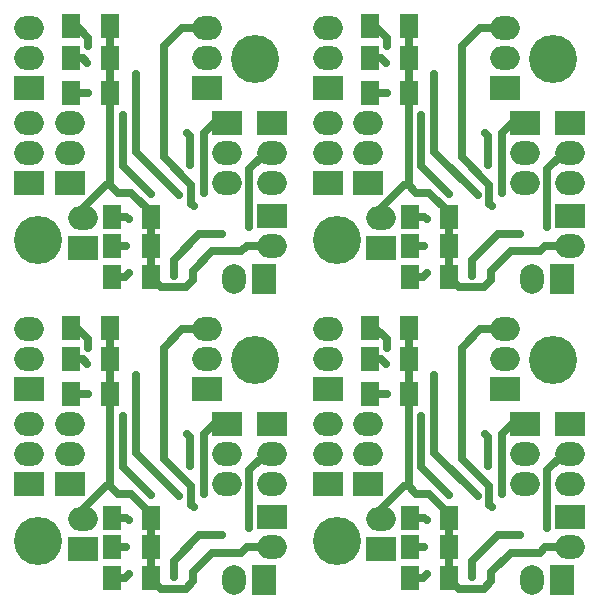
<source format=gbl>
G04 (created by PCBNEW (2013-may-18)-stable) date Вт 21 апр 2015 20:47:11*
%MOIN*%
G04 Gerber Fmt 3.4, Leading zero omitted, Abs format*
%FSLAX34Y34*%
G01*
G70*
G90*
G04 APERTURE LIST*
%ADD10C,0.00590551*%
%ADD11C,0.16*%
%ADD12R,0.0787402X0.0984252*%
%ADD13O,0.0787402X0.0984252*%
%ADD14R,0.0984252X0.0787402*%
%ADD15O,0.0984252X0.0787402*%
%ADD16R,0.06X0.08*%
%ADD17C,0.0275591*%
%ADD18C,0.0275591*%
G04 APERTURE END LIST*
G54D10*
G54D11*
X27263Y-29842D03*
X34488Y-23818D03*
G54D12*
X34791Y-31141D03*
G54D13*
X33791Y-31141D03*
G54D14*
X28740Y-30125D03*
G54D15*
X28740Y-29125D03*
G54D14*
X35059Y-29047D03*
G54D15*
X35059Y-30047D03*
G54D14*
X28307Y-27948D03*
G54D15*
X28307Y-26948D03*
X28307Y-25948D03*
G54D14*
X26968Y-27948D03*
G54D15*
X26968Y-26948D03*
X26968Y-25948D03*
G54D14*
X35059Y-25948D03*
G54D15*
X35059Y-26948D03*
X35059Y-27948D03*
G54D14*
X32874Y-24799D03*
G54D15*
X32874Y-23799D03*
X32874Y-22799D03*
G54D14*
X33543Y-25948D03*
G54D15*
X33543Y-26948D03*
X33543Y-27948D03*
G54D14*
X26968Y-24799D03*
G54D15*
X26968Y-23799D03*
X26968Y-22799D03*
G54D16*
X29665Y-22736D03*
X28365Y-22736D03*
X29665Y-23799D03*
X28365Y-23799D03*
X29665Y-24940D03*
X28365Y-24940D03*
X31004Y-29074D03*
X29704Y-29074D03*
X31004Y-30059D03*
X29704Y-30059D03*
X31004Y-31082D03*
X29704Y-31082D03*
X40945Y-31082D03*
X39645Y-31082D03*
X40945Y-30059D03*
X39645Y-30059D03*
X40945Y-29074D03*
X39645Y-29074D03*
X39606Y-24940D03*
X38306Y-24940D03*
X39606Y-23799D03*
X38306Y-23799D03*
X39606Y-22736D03*
X38306Y-22736D03*
G54D14*
X36909Y-24799D03*
G54D15*
X36909Y-23799D03*
X36909Y-22799D03*
G54D14*
X43484Y-25948D03*
G54D15*
X43484Y-26948D03*
X43484Y-27948D03*
G54D14*
X42814Y-24799D03*
G54D15*
X42814Y-23799D03*
X42814Y-22799D03*
G54D14*
X45000Y-25948D03*
G54D15*
X45000Y-26948D03*
X45000Y-27948D03*
G54D14*
X36909Y-27948D03*
G54D15*
X36909Y-26948D03*
X36909Y-25948D03*
G54D14*
X38248Y-27948D03*
G54D15*
X38248Y-26948D03*
X38248Y-25948D03*
G54D14*
X45000Y-29047D03*
G54D15*
X45000Y-30047D03*
G54D14*
X38681Y-30125D03*
G54D15*
X38681Y-29125D03*
G54D12*
X44732Y-31141D03*
G54D13*
X43732Y-31141D03*
G54D11*
X44429Y-23818D03*
X37204Y-29842D03*
X37204Y-19803D03*
X44429Y-13779D03*
G54D12*
X44732Y-21102D03*
G54D13*
X43732Y-21102D03*
G54D14*
X38681Y-20086D03*
G54D15*
X38681Y-19086D03*
G54D14*
X45000Y-19007D03*
G54D15*
X45000Y-20007D03*
G54D14*
X38248Y-17909D03*
G54D15*
X38248Y-16909D03*
X38248Y-15909D03*
G54D14*
X36909Y-17909D03*
G54D15*
X36909Y-16909D03*
X36909Y-15909D03*
G54D14*
X45000Y-15909D03*
G54D15*
X45000Y-16909D03*
X45000Y-17909D03*
G54D14*
X42814Y-14759D03*
G54D15*
X42814Y-13759D03*
X42814Y-12759D03*
G54D14*
X43484Y-15909D03*
G54D15*
X43484Y-16909D03*
X43484Y-17909D03*
G54D14*
X36909Y-14759D03*
G54D15*
X36909Y-13759D03*
X36909Y-12759D03*
G54D16*
X39606Y-12696D03*
X38306Y-12696D03*
X39606Y-13759D03*
X38306Y-13759D03*
X39606Y-14901D03*
X38306Y-14901D03*
X40945Y-19035D03*
X39645Y-19035D03*
X40945Y-20019D03*
X39645Y-20019D03*
X40945Y-21043D03*
X39645Y-21043D03*
X31004Y-21043D03*
X29704Y-21043D03*
X31004Y-20019D03*
X29704Y-20019D03*
X31004Y-19035D03*
X29704Y-19035D03*
X29665Y-14901D03*
X28365Y-14901D03*
X29665Y-13759D03*
X28365Y-13759D03*
X29665Y-12696D03*
X28365Y-12696D03*
G54D14*
X26968Y-14759D03*
G54D15*
X26968Y-13759D03*
X26968Y-12759D03*
G54D14*
X33543Y-15909D03*
G54D15*
X33543Y-16909D03*
X33543Y-17909D03*
G54D14*
X32874Y-14759D03*
G54D15*
X32874Y-13759D03*
X32874Y-12759D03*
G54D14*
X35059Y-15909D03*
G54D15*
X35059Y-16909D03*
X35059Y-17909D03*
G54D14*
X26968Y-17909D03*
G54D15*
X26968Y-16909D03*
X26968Y-15909D03*
G54D14*
X28307Y-17909D03*
G54D15*
X28307Y-16909D03*
X28307Y-15909D03*
G54D14*
X35059Y-19007D03*
G54D15*
X35059Y-20007D03*
G54D14*
X28740Y-20086D03*
G54D15*
X28740Y-19086D03*
G54D12*
X34791Y-21102D03*
G54D13*
X33791Y-21102D03*
G54D11*
X34488Y-13779D03*
X27263Y-19803D03*
G54D17*
X32224Y-26279D03*
X32322Y-27362D03*
X42263Y-27362D03*
X42165Y-26279D03*
X42165Y-16240D03*
X42263Y-17322D03*
X32322Y-17322D03*
X32224Y-16240D03*
X34291Y-29429D03*
X44232Y-29429D03*
X44232Y-19389D03*
X34291Y-19389D03*
X28897Y-23956D03*
X38838Y-23956D03*
X38838Y-13917D03*
X28897Y-13917D03*
X30275Y-29153D03*
X40216Y-29153D03*
X40216Y-19114D03*
X30275Y-19114D03*
X30196Y-30059D03*
X40137Y-30059D03*
X40137Y-20019D03*
X30196Y-20019D03*
X31771Y-31043D03*
X33385Y-29665D03*
X43326Y-29665D03*
X41712Y-31043D03*
X41712Y-21003D03*
X43326Y-19625D03*
X33385Y-19625D03*
X31771Y-21003D03*
X31968Y-28366D03*
X30511Y-24311D03*
X40452Y-24311D03*
X41909Y-28366D03*
X41909Y-18326D03*
X40452Y-14271D03*
X30511Y-14271D03*
X31968Y-18326D03*
X31023Y-28326D03*
X30078Y-25688D03*
X40019Y-25688D03*
X40964Y-28326D03*
X40964Y-18287D03*
X40019Y-15649D03*
X30078Y-15649D03*
X31023Y-18287D03*
X28937Y-23405D03*
X38877Y-23405D03*
X38877Y-13366D03*
X28937Y-13366D03*
X28937Y-24940D03*
X38877Y-24940D03*
X38877Y-14901D03*
X28937Y-14901D03*
X32440Y-28720D03*
X42381Y-28720D03*
X42381Y-18681D03*
X32440Y-18681D03*
X30275Y-30964D03*
X40216Y-30964D03*
X40216Y-20925D03*
X30275Y-20925D03*
X32795Y-28287D03*
X42736Y-28287D03*
X42736Y-18248D03*
X32795Y-18248D03*
G54D18*
X32224Y-26279D02*
X32322Y-26377D01*
X32322Y-26377D02*
X32322Y-27362D01*
X42263Y-26377D02*
X42263Y-27362D01*
X42165Y-26279D02*
X42263Y-26377D01*
X42165Y-16240D02*
X42263Y-16338D01*
X42263Y-16338D02*
X42263Y-17322D01*
X32322Y-16338D02*
X32322Y-17322D01*
X32224Y-16240D02*
X32322Y-16338D01*
X29665Y-22696D02*
X29665Y-23799D01*
X29665Y-23799D02*
X29665Y-24940D01*
X31004Y-29074D02*
X31004Y-30059D01*
X31004Y-30059D02*
X31004Y-31082D01*
X31004Y-28937D02*
X30354Y-28287D01*
X30354Y-28287D02*
X29921Y-28287D01*
X29921Y-28287D02*
X29665Y-28031D01*
X29665Y-28031D02*
X29665Y-24940D01*
X31004Y-29074D02*
X31004Y-28937D01*
X28740Y-28799D02*
X29507Y-28031D01*
X29507Y-28031D02*
X29665Y-28031D01*
X28740Y-29125D02*
X28740Y-28799D01*
X34224Y-30047D02*
X34035Y-30236D01*
X34035Y-30236D02*
X33070Y-30236D01*
X33070Y-30236D02*
X32421Y-30885D01*
X32421Y-30885D02*
X32421Y-31200D01*
X32421Y-31200D02*
X32185Y-31437D01*
X32185Y-31437D02*
X31358Y-31437D01*
X31358Y-31437D02*
X31004Y-31082D01*
X35059Y-30047D02*
X34224Y-30047D01*
X45000Y-30047D02*
X44165Y-30047D01*
X41299Y-31437D02*
X40945Y-31082D01*
X42125Y-31437D02*
X41299Y-31437D01*
X42362Y-31200D02*
X42125Y-31437D01*
X42362Y-30885D02*
X42362Y-31200D01*
X43011Y-30236D02*
X42362Y-30885D01*
X43976Y-30236D02*
X43011Y-30236D01*
X44165Y-30047D02*
X43976Y-30236D01*
X38681Y-29125D02*
X38681Y-28799D01*
X39448Y-28031D02*
X39606Y-28031D01*
X38681Y-28799D02*
X39448Y-28031D01*
X40945Y-29074D02*
X40945Y-28937D01*
X39606Y-28031D02*
X39606Y-24940D01*
X39862Y-28287D02*
X39606Y-28031D01*
X40295Y-28287D02*
X39862Y-28287D01*
X40945Y-28937D02*
X40295Y-28287D01*
X40945Y-30059D02*
X40945Y-31082D01*
X40945Y-29074D02*
X40945Y-30059D01*
X39606Y-23799D02*
X39606Y-24940D01*
X39606Y-22696D02*
X39606Y-23799D01*
X39606Y-12657D02*
X39606Y-13759D01*
X39606Y-13759D02*
X39606Y-14901D01*
X40945Y-19035D02*
X40945Y-20019D01*
X40945Y-20019D02*
X40945Y-21043D01*
X40945Y-18898D02*
X40295Y-18248D01*
X40295Y-18248D02*
X39862Y-18248D01*
X39862Y-18248D02*
X39606Y-17992D01*
X39606Y-17992D02*
X39606Y-14901D01*
X40945Y-19035D02*
X40945Y-18898D01*
X38681Y-18759D02*
X39448Y-17992D01*
X39448Y-17992D02*
X39606Y-17992D01*
X38681Y-19086D02*
X38681Y-18759D01*
X44165Y-20007D02*
X43976Y-20196D01*
X43976Y-20196D02*
X43011Y-20196D01*
X43011Y-20196D02*
X42362Y-20846D01*
X42362Y-20846D02*
X42362Y-21161D01*
X42362Y-21161D02*
X42125Y-21397D01*
X42125Y-21397D02*
X41299Y-21397D01*
X41299Y-21397D02*
X40945Y-21043D01*
X45000Y-20007D02*
X44165Y-20007D01*
X35059Y-20007D02*
X34224Y-20007D01*
X31358Y-21397D02*
X31004Y-21043D01*
X32185Y-21397D02*
X31358Y-21397D01*
X32421Y-21161D02*
X32185Y-21397D01*
X32421Y-20846D02*
X32421Y-21161D01*
X33070Y-20196D02*
X32421Y-20846D01*
X34035Y-20196D02*
X33070Y-20196D01*
X34224Y-20007D02*
X34035Y-20196D01*
X28740Y-19086D02*
X28740Y-18759D01*
X29507Y-17992D02*
X29665Y-17992D01*
X28740Y-18759D02*
X29507Y-17992D01*
X31004Y-19035D02*
X31004Y-18898D01*
X29665Y-17992D02*
X29665Y-14901D01*
X29921Y-18248D02*
X29665Y-17992D01*
X30354Y-18248D02*
X29921Y-18248D01*
X31004Y-18898D02*
X30354Y-18248D01*
X31004Y-20019D02*
X31004Y-21043D01*
X31004Y-19035D02*
X31004Y-20019D01*
X29665Y-13759D02*
X29665Y-14901D01*
X29665Y-12657D02*
X29665Y-13759D01*
X34291Y-29429D02*
X34291Y-27500D01*
X34291Y-27500D02*
X34842Y-26948D01*
X34842Y-26948D02*
X35059Y-26948D01*
X44783Y-26948D02*
X45000Y-26948D01*
X44232Y-27500D02*
X44783Y-26948D01*
X44232Y-29429D02*
X44232Y-27500D01*
X44232Y-19389D02*
X44232Y-17460D01*
X44232Y-17460D02*
X44783Y-16909D01*
X44783Y-16909D02*
X45000Y-16909D01*
X34842Y-16909D02*
X35059Y-16909D01*
X34291Y-17460D02*
X34842Y-16909D01*
X34291Y-19389D02*
X34291Y-17460D01*
X28897Y-23956D02*
X28740Y-23799D01*
X28740Y-23799D02*
X28365Y-23799D01*
X38681Y-23799D02*
X38306Y-23799D01*
X38838Y-23956D02*
X38681Y-23799D01*
X38838Y-13917D02*
X38681Y-13759D01*
X38681Y-13759D02*
X38306Y-13759D01*
X28740Y-13759D02*
X28365Y-13759D01*
X28897Y-13917D02*
X28740Y-13759D01*
X30275Y-29153D02*
X30196Y-29074D01*
X30196Y-29074D02*
X29704Y-29074D01*
X40137Y-29074D02*
X39645Y-29074D01*
X40216Y-29153D02*
X40137Y-29074D01*
X40216Y-19114D02*
X40137Y-19035D01*
X40137Y-19035D02*
X39645Y-19035D01*
X30196Y-19035D02*
X29704Y-19035D01*
X30275Y-19114D02*
X30196Y-19035D01*
X30196Y-30059D02*
X29704Y-30059D01*
X40137Y-30059D02*
X39645Y-30059D01*
X40137Y-20019D02*
X39645Y-20019D01*
X30196Y-20019D02*
X29704Y-20019D01*
X32637Y-29665D02*
X31771Y-30531D01*
X31771Y-30531D02*
X31771Y-31043D01*
X33385Y-29665D02*
X32637Y-29665D01*
X43326Y-29665D02*
X42578Y-29665D01*
X41712Y-30531D02*
X41712Y-31043D01*
X42578Y-29665D02*
X41712Y-30531D01*
X42578Y-19625D02*
X41712Y-20492D01*
X41712Y-20492D02*
X41712Y-21003D01*
X43326Y-19625D02*
X42578Y-19625D01*
X33385Y-19625D02*
X32637Y-19625D01*
X31771Y-20492D02*
X31771Y-21003D01*
X32637Y-19625D02*
X31771Y-20492D01*
X31968Y-28366D02*
X30511Y-26909D01*
X30511Y-26909D02*
X30511Y-24311D01*
X40452Y-26909D02*
X40452Y-24311D01*
X41909Y-28366D02*
X40452Y-26909D01*
X41909Y-18326D02*
X40452Y-16870D01*
X40452Y-16870D02*
X40452Y-14271D01*
X30511Y-16870D02*
X30511Y-14271D01*
X31968Y-18326D02*
X30511Y-16870D01*
X31023Y-28326D02*
X30078Y-27381D01*
X30078Y-27381D02*
X30078Y-25688D01*
X40019Y-27381D02*
X40019Y-25688D01*
X40964Y-28326D02*
X40019Y-27381D01*
X40964Y-18287D02*
X40019Y-17342D01*
X40019Y-17342D02*
X40019Y-15649D01*
X30078Y-17342D02*
X30078Y-15649D01*
X31023Y-18287D02*
X30078Y-17342D01*
X28937Y-23405D02*
X28937Y-23110D01*
X28937Y-23110D02*
X28562Y-22736D01*
X28562Y-22736D02*
X28365Y-22736D01*
X38503Y-22736D02*
X38306Y-22736D01*
X38877Y-23110D02*
X38503Y-22736D01*
X38877Y-23405D02*
X38877Y-23110D01*
X38877Y-13366D02*
X38877Y-13070D01*
X38877Y-13070D02*
X38503Y-12696D01*
X38503Y-12696D02*
X38306Y-12696D01*
X28562Y-12696D02*
X28365Y-12696D01*
X28937Y-13070D02*
X28562Y-12696D01*
X28937Y-13366D02*
X28937Y-13070D01*
X28937Y-24940D02*
X28365Y-24940D01*
X38877Y-24940D02*
X38306Y-24940D01*
X38877Y-14901D02*
X38306Y-14901D01*
X28937Y-14901D02*
X28365Y-14901D01*
X31456Y-23405D02*
X32062Y-22799D01*
X32062Y-22799D02*
X32874Y-22799D01*
X31456Y-27106D02*
X31456Y-25925D01*
X32362Y-28011D02*
X31456Y-27106D01*
X32362Y-28641D02*
X32362Y-28011D01*
X32440Y-28720D02*
X32362Y-28641D01*
X31456Y-25925D02*
X31456Y-23405D01*
X41397Y-25925D02*
X41397Y-23405D01*
X42381Y-28720D02*
X42303Y-28641D01*
X42303Y-28641D02*
X42303Y-28011D01*
X42303Y-28011D02*
X41397Y-27106D01*
X41397Y-27106D02*
X41397Y-25925D01*
X42003Y-22799D02*
X42814Y-22799D01*
X41397Y-23405D02*
X42003Y-22799D01*
X41397Y-13366D02*
X42003Y-12759D01*
X42003Y-12759D02*
X42814Y-12759D01*
X41397Y-17066D02*
X41397Y-15885D01*
X42303Y-17972D02*
X41397Y-17066D01*
X42303Y-18602D02*
X42303Y-17972D01*
X42381Y-18681D02*
X42303Y-18602D01*
X41397Y-15885D02*
X41397Y-13366D01*
X31456Y-15885D02*
X31456Y-13366D01*
X32440Y-18681D02*
X32362Y-18602D01*
X32362Y-18602D02*
X32362Y-17972D01*
X32362Y-17972D02*
X31456Y-17066D01*
X31456Y-17066D02*
X31456Y-15885D01*
X32062Y-12759D02*
X32874Y-12759D01*
X31456Y-13366D02*
X32062Y-12759D01*
X30275Y-30964D02*
X30157Y-31082D01*
X30157Y-31082D02*
X29704Y-31082D01*
X40098Y-31082D02*
X39645Y-31082D01*
X40216Y-30964D02*
X40098Y-31082D01*
X40216Y-20925D02*
X40098Y-21043D01*
X40098Y-21043D02*
X39645Y-21043D01*
X30157Y-21043D02*
X29704Y-21043D01*
X30275Y-20925D02*
X30157Y-21043D01*
X33125Y-25948D02*
X33543Y-25948D01*
X32795Y-26279D02*
X33125Y-25948D01*
X32795Y-28287D02*
X32795Y-26279D01*
X42736Y-28287D02*
X42736Y-26279D01*
X42736Y-26279D02*
X43066Y-25948D01*
X43066Y-25948D02*
X43484Y-25948D01*
X43066Y-15909D02*
X43484Y-15909D01*
X42736Y-16240D02*
X43066Y-15909D01*
X42736Y-18248D02*
X42736Y-16240D01*
X32795Y-18248D02*
X32795Y-16240D01*
X32795Y-16240D02*
X33125Y-15909D01*
X33125Y-15909D02*
X33543Y-15909D01*
M02*

</source>
